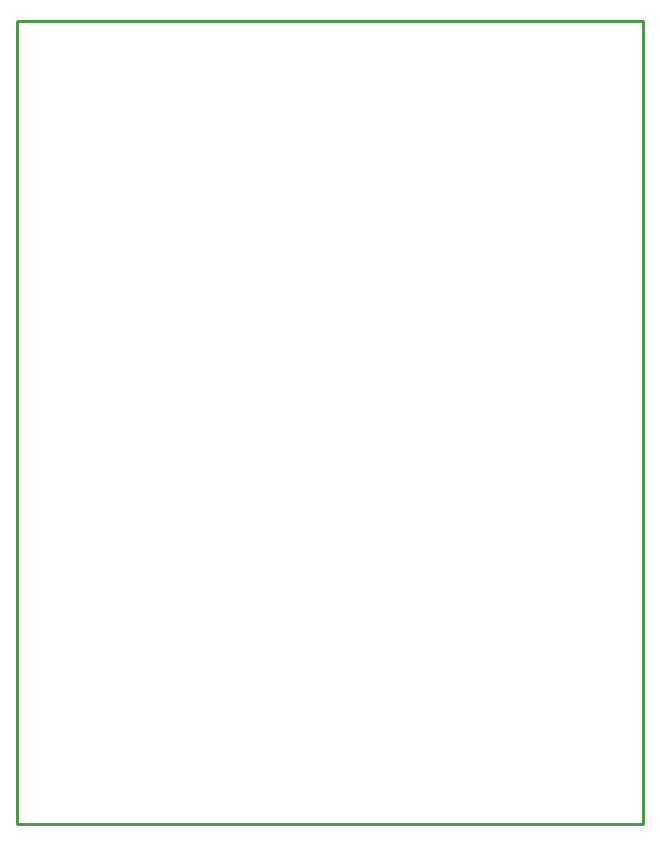
<source format=gko>
%FSLAX25Y25*%
%MOIN*%
G70*
G01*
G75*
G04 Layer_Color=16711935*
%ADD10R,0.05200X0.05600*%
%ADD11R,0.05600X0.05200*%
%ADD12O,0.01181X0.03937*%
%ADD13R,0.01181X0.03937*%
%ADD14C,0.01000*%
%ADD15C,0.02500*%
%ADD16C,0.09843*%
%ADD17R,0.05906X0.05906*%
%ADD18C,0.05906*%
%ADD19C,0.05000*%
%ADD20C,0.00787*%
%ADD21C,0.00800*%
%ADD22R,0.06000X0.06400*%
%ADD23R,0.06400X0.06000*%
%ADD24O,0.01981X0.04737*%
%ADD25R,0.01981X0.04737*%
%ADD26C,0.10642*%
%ADD27R,0.06706X0.06706*%
%ADD28C,0.06706*%
%ADD29C,0.05800*%
D14*
X0Y0D02*
X208661D01*
Y267717D01*
X0D02*
X208661D01*
X0Y0D02*
Y267717D01*
M02*

</source>
